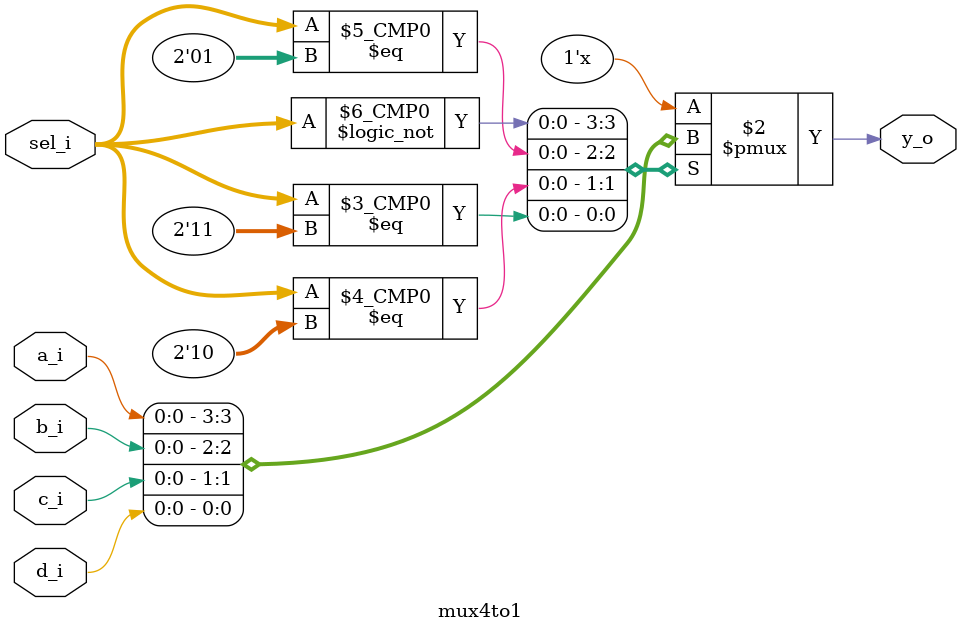
<source format=sv>
module mux4to1 (
    input logic a_i,      // Input a
    input logic b_i,      // Input b
    input logic c_i,      // Input c
    input logic d_i,      // Input d
    input logic [1:0] sel_i, // 2-bit select line
    output logic y_o      // Output y
);

    always_comb begin
        case (sel_i)
        // You could even write: 
        // 0: y = a;
        // 1: y = b;
        // Just shorter line of code (also depends on your task, if you want to highlight bit behaviour it still looks ok)
            0: y_o = a_i; // Select input a
            1: y_o = b_i; // Select input b
            2: y_o = c_i; // Select input c
            3: y_o = d_i; // Select input d
            default: y_o = 1'b0; // Default case (not strictly needed for 2-bit sel)
        endcase
    end

endmodule

</source>
